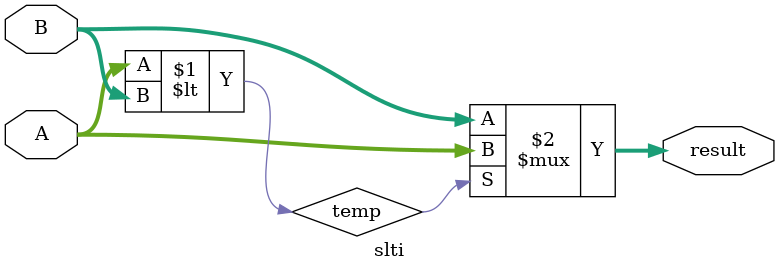
<source format=v>

module slti (A, result, B);
		input [31:0] A, B;
		output [31:0] result;
		wire signed [31:0] A, B;	
		wire temp;
		
		assign temp = (A < B);	
		assign result = temp ? A : B;
endmodule
</source>
